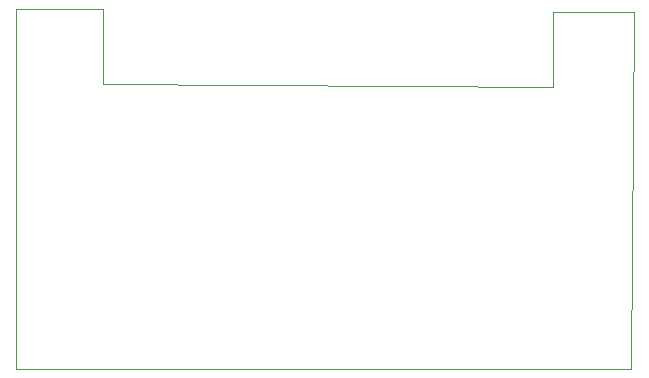
<source format=gm1>
%TF.GenerationSoftware,KiCad,Pcbnew,(5.1.8)-1*%
%TF.CreationDate,2021-01-27T01:42:37+07:00*%
%TF.ProjectId,BD_power_supply,42445f70-6f77-4657-925f-737570706c79,1.0*%
%TF.SameCoordinates,Original*%
%TF.FileFunction,Profile,NP*%
%FSLAX46Y46*%
G04 Gerber Fmt 4.6, Leading zero omitted, Abs format (unit mm)*
G04 Created by KiCad (PCBNEW (5.1.8)-1) date 2021-01-27 01:42:37*
%MOMM*%
%LPD*%
G01*
G04 APERTURE LIST*
%TA.AperFunction,Profile*%
%ADD10C,0.050000*%
%TD*%
G04 APERTURE END LIST*
D10*
X115824000Y-81788000D02*
X115824000Y-112268000D01*
X123190000Y-81788000D02*
X115824000Y-81788000D01*
X123190000Y-88138000D02*
X123190000Y-81788000D01*
X161290000Y-88392000D02*
X123190000Y-88138000D01*
X161290000Y-82042000D02*
X161290000Y-88392000D01*
X168148000Y-82042000D02*
X161290000Y-82042000D01*
X167894000Y-112268000D02*
X168148000Y-82042000D01*
X115824000Y-112268000D02*
X167894000Y-112268000D01*
M02*

</source>
